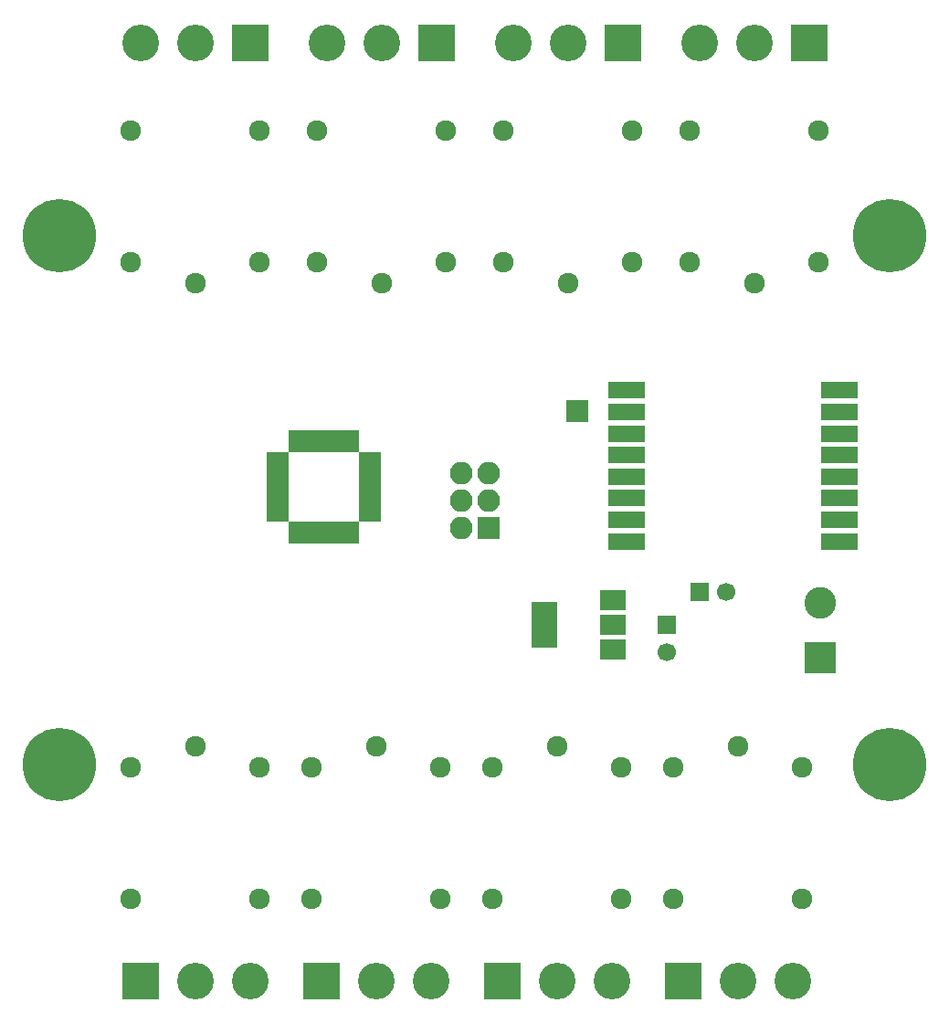
<source format=gts>
G04 #@! TF.FileFunction,Soldermask,Top*
%FSLAX45Y45*%
G04 Gerber Fmt 4.5, Leading zero omitted, Abs format (unit mm)*
G04 Created by KiCad (PCBNEW 4.0.5-e0-6337~49~ubuntu16.04.1) date Tue Jan 24 14:39:18 2017*
%MOMM*%
%LPD*%
G01*
G04 APERTURE LIST*
%ADD10C,0.100000*%
%ADD11R,2.000000X0.950000*%
%ADD12R,0.950000X2.000000*%
%ADD13R,2.940000X2.940000*%
%ADD14C,2.940000*%
%ADD15R,2.100000X2.100000*%
%ADD16O,2.100000X2.100000*%
%ADD17R,2.400000X4.200000*%
%ADD18R,2.400000X1.900000*%
%ADD19R,3.400000X1.600000*%
%ADD20R,1.700000X1.700000*%
%ADD21C,1.700000*%
%ADD22R,3.400000X3.400000*%
%ADD23C,3.400000*%
%ADD24C,1.924000*%
%ADD25C,6.800000*%
G04 APERTURE END LIST*
D10*
D11*
X14510200Y-9841900D03*
X14510200Y-9921900D03*
X14510200Y-10001900D03*
X14510200Y-10081900D03*
X14510200Y-10161900D03*
X14510200Y-10241900D03*
X14510200Y-10321900D03*
X14510200Y-10401900D03*
D12*
X14655200Y-10546900D03*
X14735200Y-10546900D03*
X14815200Y-10546900D03*
X14895200Y-10546900D03*
X14975200Y-10546900D03*
X15055200Y-10546900D03*
X15135200Y-10546900D03*
X15215200Y-10546900D03*
D11*
X15360200Y-10401900D03*
X15360200Y-10321900D03*
X15360200Y-10241900D03*
X15360200Y-10161900D03*
X15360200Y-10081900D03*
X15360200Y-10001900D03*
X15360200Y-9921900D03*
X15360200Y-9841900D03*
D12*
X15215200Y-9696900D03*
X15135200Y-9696900D03*
X15055200Y-9696900D03*
X14975200Y-9696900D03*
X14895200Y-9696900D03*
X14815200Y-9696900D03*
X14735200Y-9696900D03*
X14655200Y-9696900D03*
D13*
X19532600Y-11709400D03*
D14*
X19532600Y-11201400D03*
D15*
X17284700Y-9423400D03*
X16459200Y-10502900D03*
D16*
X16205200Y-10502900D03*
X16459200Y-10248900D03*
X16205200Y-10248900D03*
X16459200Y-9994900D03*
X16205200Y-9994900D03*
D17*
X16982400Y-11404600D03*
D18*
X17612400Y-11404600D03*
X17612400Y-11174600D03*
X17612400Y-11634600D03*
D19*
X19710700Y-10629900D03*
X19710700Y-10429900D03*
X19710700Y-10229900D03*
X19710700Y-10029900D03*
X19710700Y-9829900D03*
X19710700Y-9629900D03*
X19710700Y-9429900D03*
X19710700Y-9229900D03*
X17740700Y-9229900D03*
X17740700Y-9429900D03*
X17740700Y-9629900D03*
X17740700Y-9829900D03*
X17740700Y-10029900D03*
X17740700Y-10229900D03*
X17740700Y-10429900D03*
X17740700Y-10629900D03*
D20*
X18415000Y-11099800D03*
D21*
X18665000Y-11099800D03*
D20*
X18110200Y-11404600D03*
D21*
X18110200Y-11654600D03*
D22*
X14249400Y-6007100D03*
D23*
X13741400Y-6007100D03*
X13233400Y-6007100D03*
X14960600Y-6007100D03*
X15468600Y-6007100D03*
D22*
X15976600Y-6007100D03*
X17703800Y-6007100D03*
D23*
X17195800Y-6007100D03*
X16687800Y-6007100D03*
X18415000Y-6007100D03*
X18923000Y-6007100D03*
D22*
X19431000Y-6007100D03*
D23*
X19278600Y-14706600D03*
X18770600Y-14706600D03*
D22*
X18262600Y-14706600D03*
X16586200Y-14706600D03*
D23*
X17094200Y-14706600D03*
X17602200Y-14706600D03*
X15925800Y-14706600D03*
X15417800Y-14706600D03*
D22*
X14909800Y-14706600D03*
X13233400Y-14706600D03*
D23*
X13741400Y-14706600D03*
X14249400Y-14706600D03*
D24*
X13741400Y-8239500D03*
X13141400Y-6819500D03*
X14341400Y-6819500D03*
X14341400Y-8039500D03*
X13141400Y-8039500D03*
X14868600Y-8039500D03*
X16068600Y-8039500D03*
X16068600Y-6819500D03*
X14868600Y-6819500D03*
X15468600Y-8239500D03*
X17195800Y-8239500D03*
X16595800Y-6819500D03*
X17795800Y-6819500D03*
X17795800Y-8039500D03*
X16595800Y-8039500D03*
X18323000Y-8039500D03*
X19523000Y-8039500D03*
X19523000Y-6819500D03*
X18323000Y-6819500D03*
X18923000Y-8239500D03*
X18770600Y-12525000D03*
X19370600Y-13945000D03*
X18170600Y-13945000D03*
X18170600Y-12725000D03*
X19370600Y-12725000D03*
X17694200Y-12725000D03*
X16494200Y-12725000D03*
X16494200Y-13945000D03*
X17694200Y-13945000D03*
X17094200Y-12525000D03*
X15417800Y-12525000D03*
X16017800Y-13945000D03*
X14817800Y-13945000D03*
X14817800Y-12725000D03*
X16017800Y-12725000D03*
X14341400Y-12725000D03*
X13141400Y-12725000D03*
X13141400Y-13945000D03*
X14341400Y-13945000D03*
X13741400Y-12525000D03*
D25*
X20183000Y-7792700D03*
X12483000Y-7792700D03*
X12483000Y-12697400D03*
X20183000Y-12697400D03*
M02*

</source>
